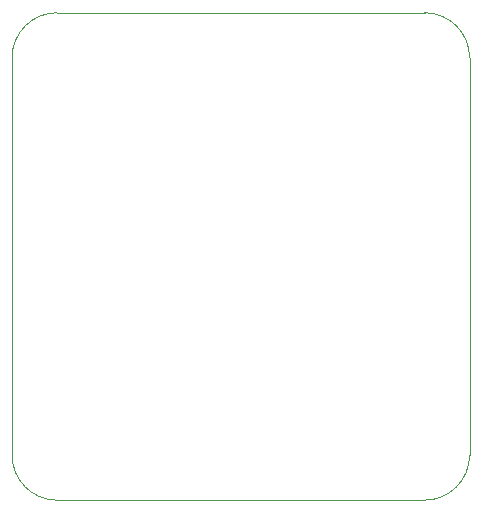
<source format=gm1>
G04 #@! TF.GenerationSoftware,KiCad,Pcbnew,(6.0.7)*
G04 #@! TF.CreationDate,2022-08-26T11:00:59+03:00*
G04 #@! TF.ProjectId,DiLight_1.1,44694c69-6768-4745-9f31-2e312e6b6963,rev?*
G04 #@! TF.SameCoordinates,Original*
G04 #@! TF.FileFunction,Profile,NP*
%FSLAX46Y46*%
G04 Gerber Fmt 4.6, Leading zero omitted, Abs format (unit mm)*
G04 Created by KiCad (PCBNEW (6.0.7)) date 2022-08-26 11:00:59*
%MOMM*%
%LPD*%
G01*
G04 APERTURE LIST*
G04 #@! TA.AperFunction,Profile*
%ADD10C,0.100000*%
G04 #@! TD*
G04 APERTURE END LIST*
D10*
X52070000Y-17145000D02*
G75*
G03*
X48260000Y-13335000I-3810000J0D01*
G01*
X13335000Y-50800000D02*
G75*
G03*
X17145000Y-54610000I3810000J0D01*
G01*
X13335000Y-17145000D02*
X13335000Y-50800000D01*
X52070000Y-50800000D02*
X52070000Y-17145000D01*
X17145000Y-13335000D02*
G75*
G03*
X13335000Y-17145000I0J-3810000D01*
G01*
X17145000Y-54610000D02*
X48260000Y-54610000D01*
X48260000Y-54610000D02*
G75*
G03*
X52070000Y-50800000I0J3810000D01*
G01*
X48260000Y-13335000D02*
X17145000Y-13335000D01*
M02*

</source>
